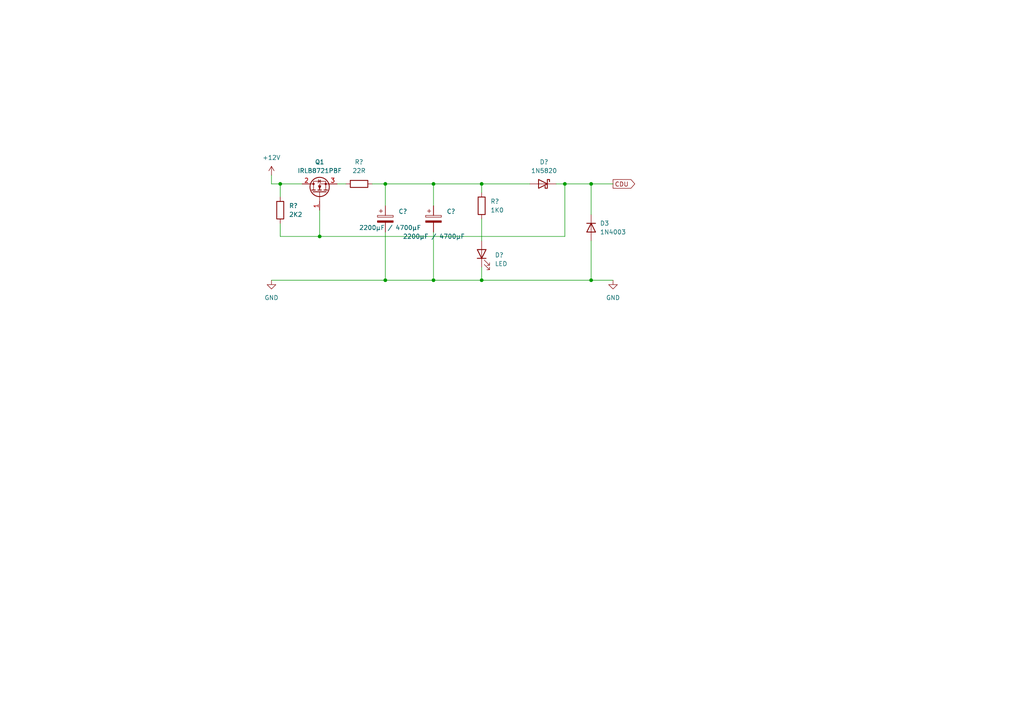
<source format=kicad_sch>
(kicad_sch (version 20230121) (generator eeschema)
  (paper "A4")
  (title_block (title "Capacitor Discharge Circuit") (date "April 2024") (comment 1 "www.penguintutor.com/projects/modelrailwaypoints"))
  (lib_symbols
    (symbol "Device:C_Polarized" (pin_numbers hide) (pin_names (offset 0.254))
      (property "Reference" "C" (at 0.635 2.54 0))
      (property "Value" "C_Polarized" (at 0.635 -2.54 0))
      (symbol "C_Polarized_0_1"
        (rectangle (start -2.286 0.508) (end 2.286 1.016))
        (polyline (pts (xy -1.778 2.286) (xy -0.762 2.286)))
        (polyline (pts (xy -1.27 2.794) (xy -1.27 1.778)))
        (rectangle (start 2.286 -0.508) (end -2.286 -1.016) (fill (type outline)))
      )
      (symbol "C_Polarized_1_1"
        (pin passive line (at 0 3.81 270) (length 2.794) (name "~") (number "1"))
        (pin passive line (at 0 -3.81 90) (length 2.794) (name "~") (number "2"))
      )
    )
    (symbol "Device:LED" (pin_numbers hide) (pin_names (offset 1.016) hide)
      (property "Reference" "D" (at 0 2.54 0))
      (property "Value" "LED" (at 0 -2.54 0))
      (symbol "LED_0_1"
        (polyline (pts (xy -1.27 -1.27) (xy -1.27 1.27)) (stroke (width 0.254)))
        (polyline (pts (xy -1.27 0) (xy 1.27 0)))
        (polyline (pts (xy 1.27 -1.27) (xy 1.27 1.27) (xy -1.27 0) (xy 1.27 -1.27)) (stroke (width 0.254)))
        (polyline (pts (xy -3.048 -0.762) (xy -4.572 -2.286) (xy -3.81 -2.286) (xy -4.572 -2.286) (xy -4.572 -1.524)))
        (polyline (pts (xy -1.778 -0.762) (xy -3.302 -2.286) (xy -2.54 -2.286) (xy -3.302 -2.286) (xy -3.302 -1.524)))
      )
      (symbol "LED_1_1"
        (pin passive line (at -3.81 0 0) (length 2.54) (name "K") (number "1"))
        (pin passive line (at 3.81 0 180) (length 2.54) (name "A") (number "2"))
      )
    )
    (symbol "Device:R" (pin_numbers hide) (pin_names (offset 0))
      (property "Reference" "R" (at 2.032 0 90))
      (property "Value" "R" (at 0 0 90))
      (symbol "R_0_1"
        (rectangle (start -1.016 -2.54) (end 1.016 2.54) (stroke (width 0.254)))
      )
      (symbol "R_1_1"
        (pin passive line (at 0 3.81 270) (length 1.27) (name "~") (number "1"))
        (pin passive line (at 0 -3.81 90) (length 1.27) (name "~") (number "2"))
      )
    )
    (symbol "Diode:1N4003" (pin_numbers hide) (pin_names hide)
      (property "Reference" "D" (at 0 2.54 0))
      (property "Value" "1N4003" (at 0 -2.54 0))
      (symbol "1N4003_0_1"
        (polyline (pts (xy -1.27 1.27) (xy -1.27 -1.27)) (stroke (width 0.254)))
        (polyline (pts (xy 1.27 0) (xy -1.27 0)))
        (polyline (pts (xy 1.27 1.27) (xy 1.27 -1.27) (xy -1.27 0) (xy 1.27 1.27)) (stroke (width 0.254)))
      )
      (symbol "1N4003_1_1"
        (pin passive line (at -3.81 0 0) (length 2.54) (name "K") (number "1"))
        (pin passive line (at 3.81 0 180) (length 2.54) (name "A") (number "2"))
      )
    )
    (symbol "Diode:1N5820" (pin_numbers hide) (pin_names (offset 1.016) hide)
      (property "Reference" "D" (at 0 2.54 0))
      (property "Value" "1N5820" (at 0 -2.54 0))
      (symbol "1N5820_0_1"
        (polyline (pts (xy 1.27 0) (xy -1.27 0)))
        (polyline (pts (xy 1.27 1.27) (xy 1.27 -1.27) (xy -1.27 0) (xy 1.27 1.27)) (stroke (width 0.254)))
        (polyline (pts (xy -1.905 0.635) (xy -1.905 1.27) (xy -1.27 1.27) (xy -1.27 -1.27) (xy -0.635 -1.27) (xy -0.635 -0.635)) (stroke (width 0.254)))
      )
      (symbol "1N5820_1_1"
        (pin passive line (at -3.81 0 0) (length 2.54) (name "K") (number "1"))
        (pin passive line (at 3.81 0 180) (length 2.54) (name "A") (number "2"))
      )
    )
    (symbol "Transistor_FET:IRLB8721PBF" (pin_names hide)
      (property "Reference" "Q" (at 6.35 1.905 0))
      (property "Value" "IRLB8721PBF" (at 6.35 0 0))
      (symbol "IRLB8721PBF_0_1"
        (polyline (pts (xy 0.254 0) (xy -2.54 0)))
        (polyline (pts (xy 0.254 1.905) (xy 0.254 -1.905)) (stroke (width 0.254)))
        (polyline (pts (xy 0.762 -1.27) (xy 0.762 -2.286)) (stroke (width 0.254)))
        (polyline (pts (xy 0.762 0.508) (xy 0.762 -0.508)) (stroke (width 0.254)))
        (polyline (pts (xy 0.762 2.286) (xy 0.762 1.27)) (stroke (width 0.254)))
        (polyline (pts (xy 2.54 2.54) (xy 2.54 1.778)))
        (polyline (pts (xy 2.54 -2.54) (xy 2.54 0) (xy 0.762 0)))
        (polyline (pts (xy 0.762 -1.778) (xy 3.302 -1.778) (xy 3.302 1.778) (xy 0.762 1.778)))
        (polyline (pts (xy 1.016 0) (xy 2.032 0.381) (xy 2.032 -0.381) (xy 1.016 0)) (fill (type outline)))
        (polyline (pts (xy 2.794 0.508) (xy 2.921 0.381) (xy 3.683 0.381) (xy 3.81 0.254)))
        (polyline (pts (xy 3.302 0.381) (xy 2.921 -0.254) (xy 3.683 -0.254) (xy 3.302 0.381)))
        (circle (center 1.651 0) (radius 2.794) (stroke (width 0.254)))
        (circle (center 2.54 -1.778) (radius 0.254) (fill (type outline)))
        (circle (center 2.54 1.778) (radius 0.254) (fill (type outline)))
      )
      (symbol "IRLB8721PBF_1_1"
        (pin input line (at -5.08 0 0) (length 2.54) (name "G") (number "1"))
        (pin passive line (at 2.54 5.08 270) (length 2.54) (name "D") (number "2"))
        (pin passive line (at 2.54 -5.08 90) (length 2.54) (name "S") (number "3"))
      )
    )
    (symbol "power:+12V" (power) (pin_names (offset 0))
      (property "Value" "+12V" (at 0 3.556 0))
      (symbol "+12V_0_1"
        (polyline (pts (xy -0.762 1.27) (xy 0 2.54)))
        (polyline (pts (xy 0 0) (xy 0 2.54)))
        (polyline (pts (xy 0 2.54) (xy 0.762 1.27)))
      )
      (symbol "+12V_1_1"
        (pin power_in line (at 0 0 90) (length 0) hide (name "+12V") (number "1"))
      )
    )
    (symbol "power:GND" (power) (pin_names (offset 0))
      (property "Value" "GND" (at 0 -3.81 0))
      (symbol "GND_0_1"
        (polyline (pts (xy 0 0) (xy 0 -1.27) (xy 1.27 -1.27) (xy 0 -2.54) (xy -1.27 -1.27) (xy 0 -1.27)))
      )
      (symbol "GND_1_1"
        (pin power_in line (at 0 0 270) (length 0) hide (name "GND") (number "1"))
      )
    )
  )
  (junction (at 125.73 81.28))
  (junction (at 163.83 53.34))
  (junction (at 125.73 53.34))
  (junction (at 139.7 81.28))
  (junction (at 111.76 53.34))
  (junction (at 81.28 53.34))
  (junction (at 171.45 81.28))
  (junction (at 111.76 81.28))
  (junction (at 92.71 68.58))
  (junction (at 139.7 53.34))
  (junction (at 171.45 53.34))
  (wire (pts (xy 111.76 67.31) (xy 111.76 81.28)))
  (wire (pts (xy 163.83 53.34) (xy 171.45 53.34)))
  (wire (pts (xy 139.7 53.34) (xy 153.67 53.34)))
  (wire (pts (xy 125.73 67.31) (xy 125.73 81.28)))
  (wire (pts (xy 139.7 63.5) (xy 139.7 69.85)))
  (wire (pts (xy 111.76 81.28) (xy 125.73 81.28)))
  (wire (pts (xy 163.83 68.58) (xy 163.83 53.34)))
  (wire (pts (xy 171.45 81.28) (xy 177.8 81.28)))
  (wire (pts (xy 78.74 81.28) (xy 111.76 81.28)))
  (wire (pts (xy 171.45 53.34) (xy 171.45 62.23)))
  (wire (pts (xy 92.71 68.58) (xy 163.83 68.58)))
  (wire (pts (xy 125.73 53.34) (xy 111.76 53.34)))
  (wire (pts (xy 139.7 81.28) (xy 171.45 81.28)))
  (wire (pts (xy 81.28 68.58) (xy 81.28 64.77)))
  (wire (pts (xy 92.71 68.58) (xy 81.28 68.58)))
  (wire (pts (xy 97.79 53.34) (xy 100.33 53.34)))
  (wire (pts (xy 78.74 50.8) (xy 78.74 53.34)))
  (wire (pts (xy 171.45 53.34) (xy 177.8 53.34)))
  (wire (pts (xy 107.95 53.34) (xy 111.76 53.34)))
  (wire (pts (xy 125.73 53.34) (xy 139.7 53.34)))
  (wire (pts (xy 139.7 77.47) (xy 139.7 81.28)))
  (wire (pts (xy 78.74 53.34) (xy 81.28 53.34)))
  (wire (pts (xy 92.71 60.96) (xy 92.71 68.58)))
  (wire (pts (xy 81.28 53.34) (xy 81.28 57.15)))
  (wire (pts (xy 171.45 69.85) (xy 171.45 81.28)))
  (wire (pts (xy 125.73 81.28) (xy 139.7 81.28)))
  (wire (pts (xy 139.7 53.34) (xy 139.7 55.88)))
  (wire (pts (xy 81.28 53.34) (xy 87.63 53.34)))
  (wire (pts (xy 125.73 59.69) (xy 125.73 53.34)))
  (wire (pts (xy 161.29 53.34) (xy 163.83 53.34)))
  (wire (pts (xy 111.76 53.34) (xy 111.76 59.69)))
  (global_label "CDU" (shape output) (at 177.8 53.34 0) (property "Intersheetrefs" "${INTERSHEET_REFS}" (effects hide)))
  (symbol (lib_id "power:GND") (at 177.8 81.28 0) (unit 1)
    (property "Reference" "#PWR?" (effects hide))
    (property "Value" "GND" (at 177.8 86.36 0))
    (instances (project "point-controller" (path "" (reference "#PWR?") (unit 1)) (path "" (reference "#PWR011") (unit 1))))
  )
  (symbol (lib_id "Transistor_FET:IRLB8721PBF") (at 92.71 55.88 90) (unit 1)
    (property "Reference" "Q1" (at 92.71 46.99 90))
    (property "Value" "IRLB8721PBF" (at 92.71 49.53 90))
    (property "Footprint" "Package_TO_SOT_THT:TO-220-3_Vertical" (effects hide))
    (property "Datasheet" "http://www.infineon.com/dgdl/irlb8721pbf.pdf?fileId=5546d462533600a40153566056732591" (effects hide))
  )
  (symbol (lib_id "Device:R") (at 81.28 60.96 0) (unit 1)
    (property "Reference" "R?" (at 83.82 59.69 0) (effects (justify left)))
    (property "Value" "2K2" (at 83.82 62.23 0) (effects (justify left)))
    (property "Footprint" "Resistor_THT:R_Axial_DIN0411_L9.9mm_D3.6mm_P15.24mm_Horizontal" (effects hide))
    (instances (project "point-controller" (path "" (reference "R?") (unit 1)) (path "" (reference "R3") (unit 1))))
  )
  (symbol (lib_id "Device:C_Polarized") (at 111.76 63.5 0) (unit 1)
    (property "Reference" "C?" (at 115.57 61.341 0) (effects (justify left)))
    (property "Value" "2200μF / 4700μF" (at 104.14 66.04 0) (effects (justify left)))
    (property "Footprint" "Custom_footprints:CP_Radial_D16.0mm_P7.50mm_P5.00mm" (effects hide))
    (instances (project "point-controller" (path "" (reference "C?") (unit 1)) (path "" (reference "C2") (unit 1))))
  )
  (symbol (lib_id "Device:LED") (at 139.7 73.66 90) (unit 1)
    (property "Reference" "D?" (at 143.51 73.9775 90) (effects (justify right)))
    (property "Value" "LED" (at 143.51 76.5175 90) (effects (justify right)))
    (property "Footprint" "LED_THT:LED_D5.0mm" (effects hide))
    (instances (project "point-controller" (path "" (reference "D?") (unit 1)) (path "" (reference "D4") (unit 1))))
  )
  (symbol (lib_id "power:+12V") (at 78.74 50.8 0) (unit 1)
    (property "Reference" "#PWR?" (effects hide))
    (property "Value" "+12V" (at 78.74 45.72 0))
    (instances (project "point-controller" (path "" (reference "#PWR?") (unit 1)) (path "" (reference "#PWR09") (unit 1))))
  )
  (symbol (lib_id "Diode:1N4003") (at 171.45 66.04 270) (unit 1)
    (property "Reference" "D3" (at 173.99 64.77 90) (effects (justify left)))
    (property "Value" "1N4003" (at 173.99 67.31 90) (effects (justify left)))
    (property "Footprint" "Diode_THT:D_DO-41_SOD81_P10.16mm_Horizontal" (effects hide))
    (property "Datasheet" "http://www.vishay.com/docs/88503/1n4001.pdf" (effects hide))
    (property "Sim.Device" "D" (effects hide))
    (property "Sim.Pins" "1=K 2=A" (effects hide))
  )
  (symbol (lib_id "power:GND") (at 78.74 81.28 0) (unit 1)
    (property "Reference" "#PWR?" (effects hide))
    (property "Value" "GND" (at 78.74 86.36 0))
    (instances (project "point-controller" (path "" (reference "#PWR?") (unit 1)) (path "" (reference "#PWR010") (unit 1))))
  )
  (symbol (lib_id "Device:C_Polarized") (at 125.73 63.5 0) (unit 1)
    (property "Reference" "C?" (at 129.54 61.341 0) (effects (justify left)))
    (property "Value" "2200μF / 4700μF" (at 116.84 68.58 0) (effects (justify left)))
    (property "Footprint" "Custom_footprints:CP_Radial_D16.0mm_P7.50mm_P5.00mm" (effects hide))
    (instances (project "point-controller" (path "" (reference "C?") (unit 1)) (path "" (reference "C3") (unit 1))))
  )
  (symbol (lib_id "Diode:1N5820") (at 157.48 53.34 0) (mirror y) (unit 1)
    (property "Reference" "D?" (at 157.7975 46.99 0))
    (property "Value" "1N5820" (at 157.7975 49.53 0))
    (property "Footprint" "Diode_THT:D_DO-201AD_P15.24mm_Horizontal" (effects hide))
    (property "Datasheet" "http://www.vishay.com/docs/88526/1n5820.pdf" (effects hide))
    (instances (project "point-controller" (path "" (reference "D?") (unit 1)) (path "" (reference "D2") (unit 1))))
  )
  (symbol (lib_id "Device:R") (at 139.7 59.69 0) (unit 1)
    (property "Reference" "R?" (at 142.24 58.42 0) (effects (justify left)))
    (property "Value" "1K0" (at 142.24 60.96 0) (effects (justify left)))
    (property "Footprint" "Resistor_THT:R_Axial_DIN0411_L9.9mm_D3.6mm_P15.24mm_Horizontal" (effects hide))
    (instances (project "point-controller" (path "" (reference "R?") (unit 1)) (path "" (reference "R2") (unit 1))))
  )
  (symbol (lib_id "Device:R") (at 104.14 53.34 90) (unit 1)
    (property "Reference" "R?" (at 104.14 46.99 90))
    (property "Value" "22R" (at 104.14 49.53 90))
    (property "Footprint" "Resistor_THT:R_Axial_DIN0411_L9.9mm_D3.6mm_P15.24mm_Horizontal" (effects hide))
    (instances (project "point-controller" (path "" (reference "R?") (unit 1)) (path "" (reference "R1") (unit 1))))
  )
)
</source>
